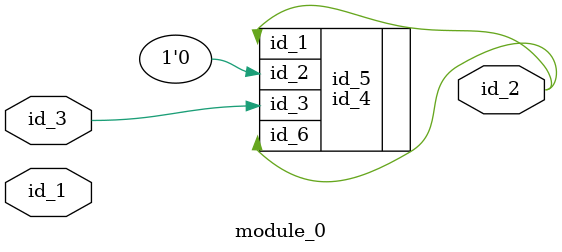
<source format=v>
`timescale 1 ps / 1ps
module module_0 (
    id_1,
    id_2,
    id_3
);
  input id_3;
  output id_2;
  input id_1;
  id_4 id_5 (
      .id_1(id_3),
      .id_1(id_2),
      .id_3(id_3),
      .id_2(id_1),
      .id_2(id_1),
      .id_1(id_2),
      .id_2(1'b0),
      .id_6(id_2)
  );
endmodule

</source>
